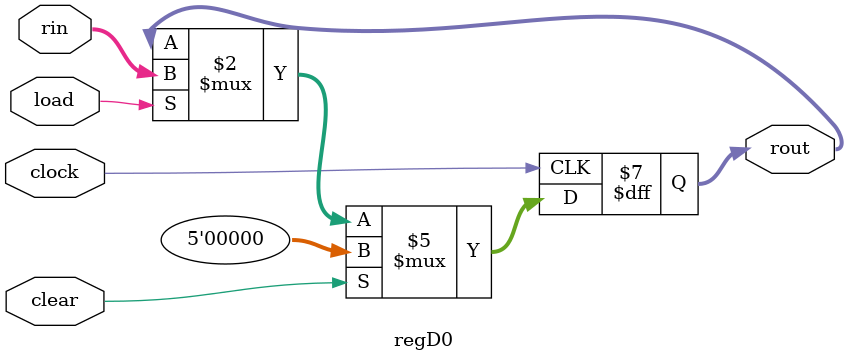
<source format=v>
`timescale 1ns / 1ps


module regD0(rout, rin, clear, load, clock);
    parameter Width = 5;
    output[Width - 1:0] rout;
    reg[Width - 1:0] rout;
    input[Width - 1:0] rin;
    input clear, load, clock;
    
    always@ (posedge clock)
        if (clear)
            rout <= 0;
        else if (load)
            rout <= rin;
            
endmodule

</source>
